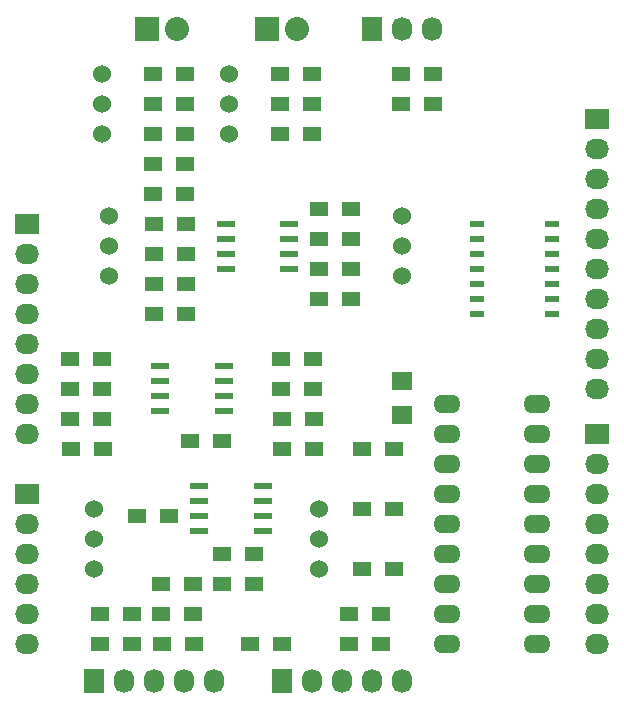
<source format=gts>
G04 #@! TF.FileFunction,Soldermask,Top*
%FSLAX45Y45*%
G04 Gerber Fmt 4.5, Leading zero omitted, Abs format (unit mm)*
G04 Created by KiCad (PCBNEW (2015-09-03 BZR 6154)-product) date Saturday, September 05, 2015 'PMt' 10:25:32 PM*
%MOMM*%
G01*
G04 APERTURE LIST*
%ADD10C,0.100000*%
%ADD11R,2.032000X1.727200*%
%ADD12O,2.032000X1.727200*%
%ADD13R,1.800860X1.597660*%
%ADD14R,1.727200X2.032000*%
%ADD15O,1.727200X2.032000*%
%ADD16R,1.500000X1.300000*%
%ADD17C,1.524000*%
%ADD18R,2.032000X2.032000*%
%ADD19O,2.032000X2.032000*%
%ADD20O,2.300000X1.600000*%
%ADD21R,1.550000X0.600000*%
%ADD22R,1.143000X0.508000*%
G04 APERTURE END LIST*
D10*
D11*
X18796000Y-12319000D03*
D12*
X18796000Y-12573000D03*
X18796000Y-12827000D03*
X18796000Y-13081000D03*
X18796000Y-13335000D03*
X18796000Y-13589000D03*
D13*
X21971000Y-11650472D03*
X21971000Y-11366500D03*
D11*
X23622000Y-9144000D03*
D12*
X23622000Y-9398000D03*
X23622000Y-9652000D03*
X23622000Y-9906000D03*
X23622000Y-10160000D03*
X23622000Y-10414000D03*
X23622000Y-10668000D03*
X23622000Y-10922000D03*
X23622000Y-11176000D03*
X23622000Y-11430000D03*
D11*
X23622000Y-11811000D03*
D12*
X23622000Y-12065000D03*
X23622000Y-12319000D03*
X23622000Y-12573000D03*
X23622000Y-12827000D03*
X23622000Y-13081000D03*
X23622000Y-13335000D03*
X23622000Y-13589000D03*
D14*
X19367500Y-13906500D03*
D15*
X19621500Y-13906500D03*
X19875500Y-13906500D03*
X20129500Y-13906500D03*
X20383500Y-13906500D03*
D14*
X20955000Y-13906500D03*
D15*
X21209000Y-13906500D03*
X21463000Y-13906500D03*
X21717000Y-13906500D03*
X21971000Y-13906500D03*
D14*
X21717000Y-8382000D03*
D15*
X21971000Y-8382000D03*
X22225000Y-8382000D03*
D11*
X18796000Y-10033000D03*
D12*
X18796000Y-10287000D03*
X18796000Y-10541000D03*
X18796000Y-10795000D03*
X18796000Y-11049000D03*
X18796000Y-11303000D03*
X18796000Y-11557000D03*
X18796000Y-11811000D03*
D16*
X19685000Y-13589000D03*
X19415000Y-13589000D03*
X20685000Y-13589000D03*
X20955000Y-13589000D03*
X20137500Y-8763000D03*
X19867500Y-8763000D03*
X21209000Y-8763000D03*
X20939000Y-8763000D03*
X19931000Y-13335000D03*
X20201000Y-13335000D03*
X19415000Y-13335000D03*
X19685000Y-13335000D03*
X19939000Y-13589000D03*
X20209000Y-13589000D03*
X21637500Y-12954000D03*
X21907500Y-12954000D03*
X21526500Y-13335000D03*
X21796500Y-13335000D03*
X19875500Y-10795000D03*
X20145500Y-10795000D03*
X21526500Y-13589000D03*
X21796500Y-13589000D03*
X21542500Y-10668000D03*
X21272500Y-10668000D03*
X20137500Y-9017000D03*
X19867500Y-9017000D03*
X20137500Y-9779000D03*
X19867500Y-9779000D03*
X21209000Y-9017000D03*
X20939000Y-9017000D03*
X20955000Y-11938000D03*
X21225000Y-11938000D03*
X20137500Y-9271000D03*
X19867500Y-9271000D03*
X19161000Y-11684000D03*
X19431000Y-11684000D03*
X21209000Y-9271000D03*
X20939000Y-9271000D03*
X20177000Y-11874500D03*
X20447000Y-11874500D03*
X19931000Y-13081000D03*
X20201000Y-13081000D03*
X20447000Y-13081000D03*
X20717000Y-13081000D03*
X19875500Y-10541000D03*
X20145500Y-10541000D03*
X21272500Y-10414000D03*
X21542500Y-10414000D03*
X19169000Y-11938000D03*
X19439000Y-11938000D03*
X21637500Y-12446000D03*
X21907500Y-12446000D03*
X19875500Y-10033000D03*
X20145500Y-10033000D03*
X21542500Y-9906000D03*
X21272500Y-9906000D03*
X20137500Y-9525000D03*
X19867500Y-9525000D03*
X19161000Y-11176000D03*
X19431000Y-11176000D03*
X20955000Y-11684000D03*
X21225000Y-11684000D03*
X21217000Y-11430000D03*
X20947000Y-11430000D03*
X19732500Y-12509500D03*
X20002500Y-12509500D03*
X20447000Y-12827000D03*
X20717000Y-12827000D03*
X19875500Y-10287000D03*
X20145500Y-10287000D03*
X21272500Y-10160000D03*
X21542500Y-10160000D03*
X19161000Y-11430000D03*
X19431000Y-11430000D03*
X20947000Y-11176000D03*
X21217000Y-11176000D03*
X21637500Y-11938000D03*
X21907500Y-11938000D03*
X22233000Y-8763000D03*
X21963000Y-8763000D03*
X22233000Y-9017000D03*
X21963000Y-9017000D03*
D17*
X19431000Y-9017000D03*
X19431000Y-9271000D03*
X19431000Y-8763000D03*
X20510500Y-9017000D03*
X20510500Y-9271000D03*
X20510500Y-8763000D03*
X19367500Y-12700000D03*
X19367500Y-12446000D03*
X19367500Y-12954000D03*
X21272500Y-12700000D03*
X21272500Y-12446000D03*
X21272500Y-12954000D03*
X19494500Y-10223500D03*
X19494500Y-9969500D03*
X19494500Y-10477500D03*
X21971000Y-10223500D03*
X21971000Y-9969500D03*
X21971000Y-10477500D03*
D18*
X19812000Y-8382000D03*
D19*
X20066000Y-8382000D03*
D18*
X20828000Y-8382000D03*
D19*
X21082000Y-8382000D03*
D20*
X22352000Y-11557000D03*
X22352000Y-11811000D03*
X22352000Y-12065000D03*
X22352000Y-12319000D03*
X22352000Y-12573000D03*
X22352000Y-12827000D03*
X22352000Y-13081000D03*
X22352000Y-13335000D03*
X22352000Y-13589000D03*
X23114000Y-13589000D03*
X23114000Y-13335000D03*
X23114000Y-13081000D03*
X23114000Y-12827000D03*
X23114000Y-12573000D03*
X23114000Y-12319000D03*
X23114000Y-12065000D03*
X23114000Y-11811000D03*
X23114000Y-11557000D03*
D21*
X19923000Y-11239500D03*
X19923000Y-11366500D03*
X19923000Y-11493500D03*
X19923000Y-11620500D03*
X20463000Y-11620500D03*
X20463000Y-11493500D03*
X20463000Y-11366500D03*
X20463000Y-11239500D03*
X20256500Y-12255500D03*
X20256500Y-12382500D03*
X20256500Y-12509500D03*
X20256500Y-12636500D03*
X20796500Y-12636500D03*
X20796500Y-12509500D03*
X20796500Y-12382500D03*
X20796500Y-12255500D03*
X20478500Y-10033000D03*
X20478500Y-10160000D03*
X20478500Y-10287000D03*
X20478500Y-10414000D03*
X21018500Y-10414000D03*
X21018500Y-10287000D03*
X21018500Y-10160000D03*
X21018500Y-10033000D03*
D22*
X23241000Y-10795000D03*
X23241000Y-10668000D03*
X23241000Y-10541000D03*
X23241000Y-10414000D03*
X23241000Y-10287000D03*
X23241000Y-10160000D03*
X23241000Y-10033000D03*
X22606000Y-10033000D03*
X22606000Y-10160000D03*
X22606000Y-10414000D03*
X22606000Y-10541000D03*
X22606000Y-10668000D03*
X22606000Y-10795000D03*
X22606000Y-10287000D03*
M02*

</source>
